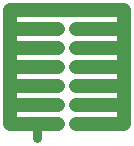
<source format=gbr>
%TF.GenerationSoftware,KiCad,Pcbnew,8.0.8*%
%TF.CreationDate,2025-07-12T11:18:15+12:00*%
%TF.ProjectId,esf1,65736631-2e6b-4696-9361-645f70636258,rev?*%
%TF.SameCoordinates,Original*%
%TF.FileFunction,Copper,L1,Top*%
%TF.FilePolarity,Positive*%
%FSLAX46Y46*%
G04 Gerber Fmt 4.6, Leading zero omitted, Abs format (unit mm)*
G04 Created by KiCad (PCBNEW 8.0.8) date 2025-07-12 11:18:15*
%MOMM*%
%LPD*%
G01*
G04 APERTURE LIST*
%TA.AperFunction,Conductor*%
%ADD10C,0.800000*%
%TD*%
%TA.AperFunction,Conductor*%
%ADD11C,1.200000*%
%TD*%
G04 APERTURE END LIST*
D10*
%TO.N,*%
X17856200Y-24600000D02*
X17856200Y-25781000D01*
D11*
X15600000Y-15000000D02*
X25199999Y-15000000D01*
X21200000Y-16600000D02*
X25200000Y-16600000D01*
X15600000Y-18200000D02*
X19600000Y-18200000D01*
X25199999Y-15000000D02*
X25199999Y-24599999D01*
X15600000Y-16600000D02*
X19600000Y-16600000D01*
X15600000Y-24600000D02*
X19600000Y-24600000D01*
X21200000Y-24600000D02*
X25200000Y-24600000D01*
X15600000Y-19800000D02*
X19600000Y-19800000D01*
X15600000Y-15000000D02*
X15600000Y-24599999D01*
X21200000Y-18200000D02*
X25200000Y-18200000D01*
X15600000Y-21400000D02*
X19600000Y-21400000D01*
X21200000Y-22999999D02*
X25200000Y-22999999D01*
X15600000Y-22999999D02*
X19600000Y-22999999D01*
X21200000Y-19800000D02*
X25200000Y-19800000D01*
X21200000Y-21400000D02*
X25200000Y-21400000D01*
%TD*%
M02*

</source>
